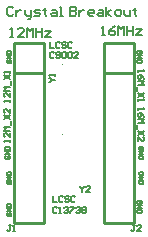
<source format=gto>
G04*
G04 #@! TF.GenerationSoftware,Altium Limited,Altium Designer,22.9.1 (49)*
G04*
G04 Layer_Color=65535*
%FSLAX44Y44*%
%MOMM*%
G71*
G04*
G04 #@! TF.SameCoordinates,05789482-0283-4914-9F0E-1FA18675A4EC*
G04*
G04*
G04 #@! TF.FilePolarity,Positive*
G04*
G01*
G75*
%ADD10C,0.1000*%
%ADD11C,0.2540*%
%ADD12C,0.1524*%
%ADD13C,0.1270*%
D10*
X53840Y147320D02*
G03*
X53840Y147320I-500J0D01*
G01*
Y87630D02*
G03*
X53840Y87630I-500J0D01*
G01*
D11*
X88900Y12700D02*
X114300D01*
X88900D02*
Y139700D01*
X114300Y12700D02*
Y139700D01*
X88900Y165100D02*
X101600D01*
X88900Y139700D02*
Y165100D01*
Y139700D02*
X114300D01*
Y165100D01*
X101600D02*
X114300D01*
X12700Y12700D02*
X38100D01*
X12700D02*
Y139700D01*
X38100Y12700D02*
Y139700D01*
X12700Y165100D02*
X25400D01*
X12700Y139700D02*
Y165100D01*
Y139700D02*
X38100D01*
Y165100D01*
X25400D02*
X38100D01*
D12*
X59944Y195832D02*
Y188214D01*
X63753D01*
X65022Y189484D01*
Y190753D01*
X63753Y192023D01*
X59944D01*
X63753D01*
X65022Y193292D01*
Y194562D01*
X63753Y195832D01*
X59944D01*
X67561Y193292D02*
Y188214D01*
Y190753D01*
X68831Y192023D01*
X70101Y193292D01*
X71370D01*
X78988Y188214D02*
X76449D01*
X75179Y189484D01*
Y192023D01*
X76449Y193292D01*
X78988D01*
X80257Y192023D01*
Y190753D01*
X75179D01*
X84066Y193292D02*
X86605D01*
X87875Y192023D01*
Y188214D01*
X84066D01*
X82797Y189484D01*
X84066Y190753D01*
X87875D01*
X90414Y188214D02*
Y195832D01*
Y190753D02*
X94223Y193292D01*
X90414Y190753D02*
X94223Y188214D01*
X99301D02*
X101840D01*
X103110Y189484D01*
Y192023D01*
X101840Y193292D01*
X99301D01*
X98032Y192023D01*
Y189484D01*
X99301Y188214D01*
X105649Y193292D02*
Y189484D01*
X106919Y188214D01*
X110728D01*
Y193292D01*
X114536Y194562D02*
Y193292D01*
X113267D01*
X115806D01*
X114536D01*
Y189484D01*
X115806Y188214D01*
X11682Y194561D02*
X10413Y195831D01*
X7874D01*
X6604Y194561D01*
Y189483D01*
X7874Y188213D01*
X10413D01*
X11682Y189483D01*
X14222Y193291D02*
Y188213D01*
Y190752D01*
X15491Y192022D01*
X16761Y193291D01*
X18030D01*
X21839D02*
Y189483D01*
X23109Y188213D01*
X26917D01*
Y186944D01*
X25648Y185674D01*
X24378D01*
X26917Y188213D02*
Y193291D01*
X29457Y188213D02*
X33265D01*
X34535Y189483D01*
X33265Y190752D01*
X30726D01*
X29457Y192022D01*
X30726Y193291D01*
X34535D01*
X38344Y194561D02*
Y193291D01*
X37074D01*
X39613D01*
X38344D01*
Y189483D01*
X39613Y188213D01*
X44692Y193291D02*
X47231D01*
X48500Y192022D01*
Y188213D01*
X44692D01*
X43422Y189483D01*
X44692Y190752D01*
X48500D01*
X51040Y188213D02*
X53579D01*
X52309D01*
Y195831D01*
X51040D01*
X86614Y171704D02*
X89153D01*
X87884D01*
Y179321D01*
X86614Y178052D01*
X98040Y179321D02*
X95501Y178052D01*
X92962Y175513D01*
Y172974D01*
X94232Y171704D01*
X96771D01*
X98040Y172974D01*
Y174243D01*
X96771Y175513D01*
X92962D01*
X100580Y171704D02*
Y179321D01*
X103119Y176782D01*
X105658Y179321D01*
Y171704D01*
X108197Y179321D02*
Y171704D01*
Y175513D01*
X113275D01*
Y179321D01*
Y171704D01*
X115815Y176782D02*
X120893D01*
X115815Y171704D01*
X120893D01*
X9144Y170434D02*
X11683D01*
X10414D01*
Y178051D01*
X9144Y176782D01*
X20570Y170434D02*
X15492D01*
X20570Y175512D01*
Y176782D01*
X19301Y178051D01*
X16761D01*
X15492Y176782D01*
X23110Y170434D02*
Y178051D01*
X25649Y175512D01*
X28188Y178051D01*
Y170434D01*
X30727Y178051D02*
Y170434D01*
Y174243D01*
X35805D01*
Y178051D01*
Y170434D01*
X38345Y175512D02*
X43423D01*
X38345Y170434D01*
X43423D01*
D13*
X49106Y25822D02*
X48259Y26668D01*
X46566D01*
X45720Y25822D01*
Y22436D01*
X46566Y21590D01*
X48259D01*
X49106Y22436D01*
X50798Y21590D02*
X52491D01*
X51645D01*
Y26668D01*
X50798Y25822D01*
X55030D02*
X55877Y26668D01*
X57569D01*
X58416Y25822D01*
Y24976D01*
X57569Y24129D01*
X56723D01*
X57569D01*
X58416Y23283D01*
Y22436D01*
X57569Y21590D01*
X55877D01*
X55030Y22436D01*
X60109Y26668D02*
X63494D01*
Y25822D01*
X60109Y22436D01*
Y21590D01*
X65187Y25822D02*
X66033Y26668D01*
X67726D01*
X68573Y25822D01*
Y24976D01*
X67726Y24129D01*
X66880D01*
X67726D01*
X68573Y23283D01*
Y22436D01*
X67726Y21590D01*
X66033D01*
X65187Y22436D01*
X70265Y25822D02*
X71112Y26668D01*
X72805D01*
X73651Y25822D01*
Y24976D01*
X72805Y24129D01*
X73651Y23283D01*
Y22436D01*
X72805Y21590D01*
X71112D01*
X70265Y22436D01*
Y23283D01*
X71112Y24129D01*
X70265Y24976D01*
Y25822D01*
X71112Y24129D02*
X72805D01*
X46566Y156632D02*
X45719Y157478D01*
X44026D01*
X43180Y156632D01*
Y153246D01*
X44026Y152400D01*
X45719D01*
X46566Y153246D01*
X48258D02*
X49105Y152400D01*
X50798D01*
X51644Y153246D01*
Y156632D01*
X50798Y157478D01*
X49105D01*
X48258Y156632D01*
Y155786D01*
X49105Y154939D01*
X51644D01*
X53337Y156632D02*
X54183Y157478D01*
X55876D01*
X56722Y156632D01*
Y153246D01*
X55876Y152400D01*
X54183D01*
X53337Y153246D01*
Y156632D01*
X58415D02*
X59261Y157478D01*
X60954D01*
X61801Y156632D01*
Y153246D01*
X60954Y152400D01*
X59261D01*
X58415Y153246D01*
Y156632D01*
X66879Y152400D02*
X63493D01*
X66879Y155786D01*
Y156632D01*
X66033Y157478D01*
X64340D01*
X63493Y156632D01*
X45720Y35558D02*
Y30480D01*
X49106D01*
X54184Y34712D02*
X53337Y35558D01*
X51645D01*
X50798Y34712D01*
Y31326D01*
X51645Y30480D01*
X53337D01*
X54184Y31326D01*
X59262Y34712D02*
X58416Y35558D01*
X56723D01*
X55877Y34712D01*
Y33866D01*
X56723Y33019D01*
X58416D01*
X59262Y32173D01*
Y31326D01*
X58416Y30480D01*
X56723D01*
X55877Y31326D01*
X64341Y34712D02*
X63494Y35558D01*
X61802D01*
X60955Y34712D01*
Y31326D01*
X61802Y30480D01*
X63494D01*
X64341Y31326D01*
X43180Y166368D02*
Y161290D01*
X46566D01*
X51644Y165522D02*
X50798Y166368D01*
X49105D01*
X48258Y165522D01*
Y162136D01*
X49105Y161290D01*
X50798D01*
X51644Y162136D01*
X56722Y165522D02*
X55876Y166368D01*
X54183D01*
X53337Y165522D01*
Y164676D01*
X54183Y163829D01*
X55876D01*
X56722Y162983D01*
Y162136D01*
X55876Y161290D01*
X54183D01*
X53337Y162136D01*
X61801Y165522D02*
X60954Y166368D01*
X59261D01*
X58415Y165522D01*
Y162136D01*
X59261Y161290D01*
X60954D01*
X61801Y162136D01*
X9314Y81280D02*
Y82973D01*
Y82126D01*
X4235D01*
X5082Y81280D01*
X9314Y88897D02*
Y85512D01*
X5928Y88897D01*
X5082D01*
X4235Y88051D01*
Y86358D01*
X5082Y85512D01*
X9314Y90590D02*
X4235D01*
X5928Y92283D01*
X4235Y93976D01*
X9314D01*
X10160Y95669D02*
Y99054D01*
X4235Y100747D02*
X9314Y104133D01*
X4235D02*
X9314Y100747D01*
X9314Y109211D02*
X9314Y105825D01*
X5928Y109211D01*
X5082D01*
X4235Y108365D01*
Y106672D01*
X5082Y105825D01*
X9313Y115570D02*
Y117263D01*
Y116416D01*
X4235D01*
X5082Y115570D01*
X9313Y123188D02*
Y119802D01*
X5928Y123188D01*
X5082D01*
X4235Y122341D01*
Y120648D01*
X5082Y119802D01*
X9313Y124880D02*
X4235D01*
X5928Y126573D01*
X4235Y128266D01*
X9313D01*
X10160Y129959D02*
Y133344D01*
X4235Y135037D02*
X9313Y138423D01*
X4235D02*
X9313Y135037D01*
Y140115D02*
Y141808D01*
Y140962D01*
X4235D01*
X5082Y140115D01*
X117686Y142240D02*
Y140547D01*
Y141393D01*
X122765D01*
X121918Y142240D01*
X122765Y134622D02*
X121918Y136315D01*
X120226Y138008D01*
X118533D01*
X117686Y137162D01*
Y135469D01*
X118533Y134622D01*
X119379D01*
X120226Y135469D01*
Y138008D01*
X117686Y132930D02*
X122765D01*
X121072Y131237D01*
X122765Y129544D01*
X117686D01*
X116840Y127851D02*
Y124466D01*
X122765Y122773D02*
X117686Y119387D01*
X122765D02*
X117686Y122773D01*
Y117695D02*
Y116002D01*
Y116848D01*
X122765D01*
X121918Y117695D01*
X117686Y110490D02*
Y108797D01*
Y109644D01*
X122765D01*
X121918Y110490D01*
X122765Y102872D02*
X121918Y104565D01*
X120226Y106258D01*
X118533D01*
X117686Y105412D01*
Y103719D01*
X118533Y102872D01*
X119379D01*
X120226Y103719D01*
Y106258D01*
X117686Y101180D02*
X122765D01*
X121072Y99487D01*
X122765Y97794D01*
X117686D01*
X116840Y96101D02*
Y92716D01*
X122765Y91023D02*
X117686Y87637D01*
X122765D02*
X117686Y91023D01*
X117686Y82559D02*
X117686Y85945D01*
X121072Y82559D01*
X121918D01*
X122765Y83405D01*
Y85098D01*
X121918Y85945D01*
X120014Y29211D02*
X120649Y29846D01*
Y31115D01*
X120014Y31750D01*
X117475D01*
X116840Y31115D01*
Y29846D01*
X117475Y29211D01*
X118744D01*
Y30480D01*
X116840Y27941D02*
X120649D01*
X116840Y25402D01*
X120649D01*
Y24132D02*
X116840D01*
Y22228D01*
X117475Y21593D01*
X120014D01*
X120649Y22228D01*
Y24132D01*
X121284Y74931D02*
X121919Y75566D01*
Y76835D01*
X121284Y77470D01*
X118745D01*
X118110Y76835D01*
Y75566D01*
X118745Y74931D01*
X120014D01*
Y76200D01*
X118110Y73661D02*
X121919D01*
X118110Y71122D01*
X121919D01*
Y69852D02*
X118110D01*
Y67948D01*
X118745Y67313D01*
X121284D01*
X121919Y67948D01*
Y69852D01*
X121284Y53341D02*
X121919Y53976D01*
Y55245D01*
X121284Y55880D01*
X118745D01*
X118110Y55245D01*
Y53976D01*
X118745Y53341D01*
X120014D01*
Y54610D01*
X118110Y52071D02*
X121919D01*
X118110Y49532D01*
X121919D01*
Y48262D02*
X118110D01*
Y46358D01*
X118745Y45723D01*
X121284D01*
X121919Y46358D01*
Y48262D01*
X120014Y156211D02*
X120649Y156846D01*
Y158115D01*
X120014Y158750D01*
X117475D01*
X116840Y158115D01*
Y156846D01*
X117475Y156211D01*
X118744D01*
Y157480D01*
X116840Y154941D02*
X120649D01*
X116840Y152402D01*
X120649D01*
Y151132D02*
X116840D01*
Y149228D01*
X117475Y148593D01*
X120014D01*
X120649Y149228D01*
Y151132D01*
X6986Y151129D02*
X6351Y150494D01*
Y149225D01*
X6986Y148590D01*
X9525D01*
X10160Y149225D01*
Y150494D01*
X9525Y151129D01*
X8256D01*
Y149860D01*
X10160Y152399D02*
X6351D01*
X10160Y154938D01*
X6351D01*
Y156208D02*
X10160D01*
Y158112D01*
X9525Y158747D01*
X6986D01*
X6351Y158112D01*
Y156208D01*
X6986Y48259D02*
X6351Y47624D01*
Y46355D01*
X6986Y45720D01*
X9525D01*
X10160Y46355D01*
Y47624D01*
X9525Y48259D01*
X8256D01*
Y46990D01*
X10160Y49529D02*
X6351D01*
X10160Y52068D01*
X6351D01*
Y53338D02*
X10160D01*
Y55242D01*
X9525Y55877D01*
X6986D01*
X6351Y55242D01*
Y53338D01*
X5716Y69849D02*
X5081Y69214D01*
Y67945D01*
X5716Y67310D01*
X8255D01*
X8890Y67945D01*
Y69214D01*
X8255Y69849D01*
X6986D01*
Y68580D01*
X8890Y71119D02*
X5081D01*
X8890Y73658D01*
X5081D01*
Y74928D02*
X8890D01*
Y76832D01*
X8255Y77467D01*
X5716D01*
X5081Y76832D01*
Y74928D01*
X6986Y21589D02*
X6351Y20954D01*
Y19685D01*
X6986Y19050D01*
X9525D01*
X10160Y19685D01*
Y20954D01*
X9525Y21589D01*
X8256D01*
Y20320D01*
X10160Y22859D02*
X6351D01*
X10160Y25398D01*
X6351D01*
Y26668D02*
X10160D01*
Y28572D01*
X9525Y29207D01*
X6986D01*
X6351Y28572D01*
Y26668D01*
X41911Y132505D02*
X42757D01*
X44450Y134197D01*
X42757Y135890D01*
X41911D01*
X44450Y134197D02*
X46989D01*
Y137583D02*
Y139276D01*
Y138429D01*
X41911D01*
X42757Y137583D01*
X68158Y44449D02*
Y43603D01*
X69851Y41910D01*
X71544Y43603D01*
Y44449D01*
X69851Y41910D02*
Y39371D01*
X76622D02*
X73236D01*
X76622Y42756D01*
Y43603D01*
X75776Y44449D01*
X74083D01*
X73236Y43603D01*
X114724Y11429D02*
X113031D01*
X113877D01*
Y7197D01*
X113031Y6351D01*
X112184D01*
X111338Y7197D01*
X119802Y6351D02*
X116416D01*
X119802Y9736D01*
Y10583D01*
X118956Y11429D01*
X117263D01*
X116416Y10583D01*
X10160Y11429D02*
X8467D01*
X9314D01*
Y7197D01*
X8467Y6351D01*
X7621D01*
X6774Y7197D01*
X11853Y6351D02*
X13546D01*
X12699D01*
Y11429D01*
X11853Y10583D01*
M02*

</source>
